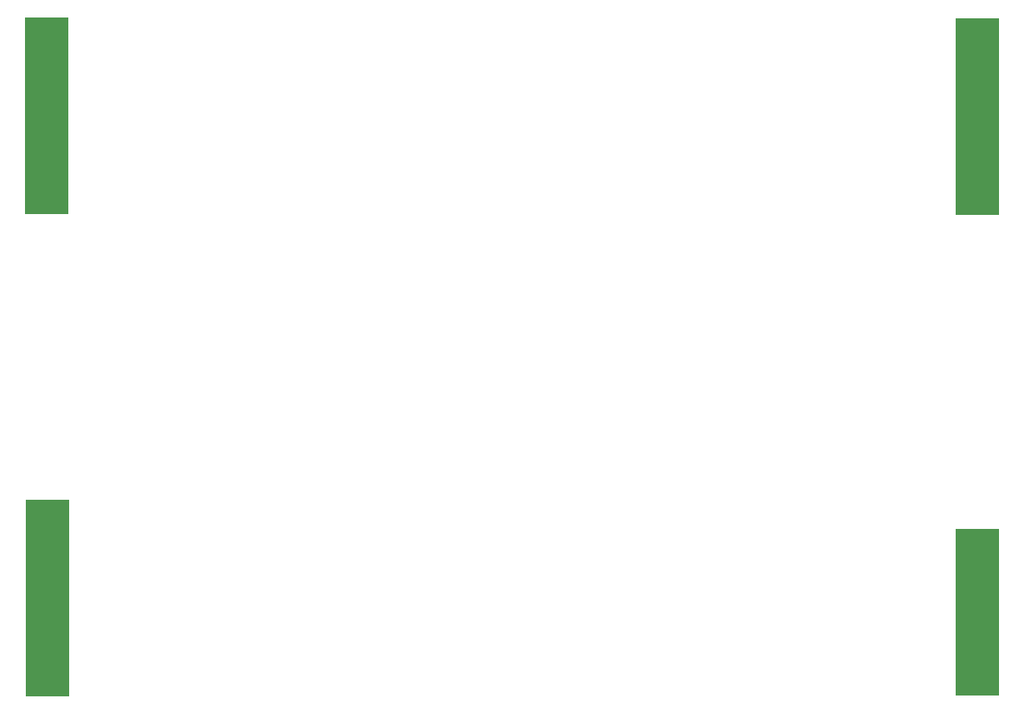
<source format=gtp>
G04*
G04 #@! TF.GenerationSoftware,Altium Limited,Altium Designer,21.0.8 (223)*
G04*
G04 Layer_Color=8421504*
%FSLAX44Y44*%
%MOMM*%
G71*
G04*
G04 #@! TF.SameCoordinates,817B6129-E2F9-410E-B20C-35ABB6862B10*
G04*
G04*
G04 #@! TF.FilePolarity,Positive*
G04*
G01*
G75*
%ADD17R,4.5000X20.0000*%
%ADD18R,4.5000X17.0000*%
D17*
X28000Y105000D02*
D03*
X973000Y594000D02*
D03*
X27000Y595000D02*
D03*
D18*
X973000Y90000D02*
D03*
M02*

</source>
